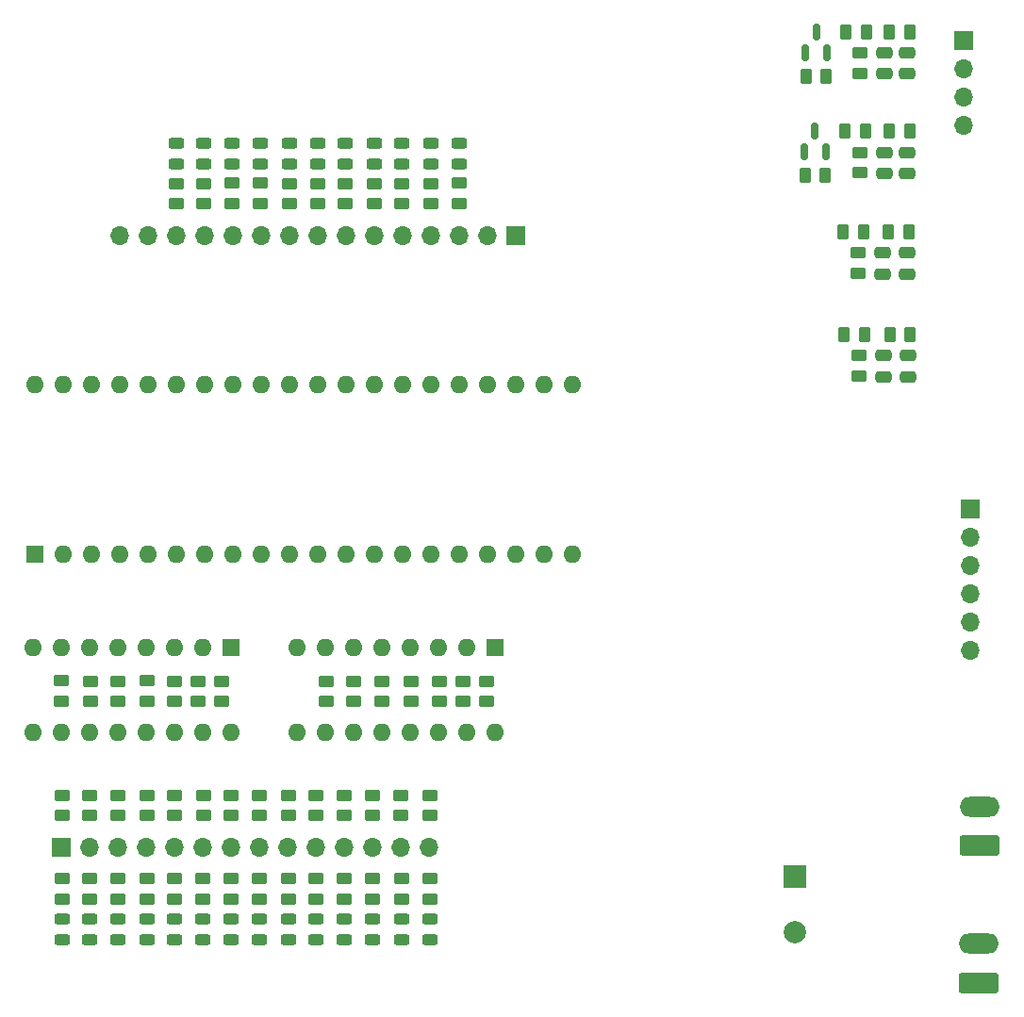
<source format=gts>
%TF.GenerationSoftware,KiCad,Pcbnew,8.0.6*%
%TF.CreationDate,2024-12-02T12:55:51+01:00*%
%TF.ProjectId,PCB_Tester,5043425f-5465-4737-9465-722e6b696361,rev?*%
%TF.SameCoordinates,Original*%
%TF.FileFunction,Soldermask,Top*%
%TF.FilePolarity,Negative*%
%FSLAX46Y46*%
G04 Gerber Fmt 4.6, Leading zero omitted, Abs format (unit mm)*
G04 Created by KiCad (PCBNEW 8.0.6) date 2024-12-02 12:55:51*
%MOMM*%
%LPD*%
G01*
G04 APERTURE LIST*
G04 Aperture macros list*
%AMRoundRect*
0 Rectangle with rounded corners*
0 $1 Rounding radius*
0 $2 $3 $4 $5 $6 $7 $8 $9 X,Y pos of 4 corners*
0 Add a 4 corners polygon primitive as box body*
4,1,4,$2,$3,$4,$5,$6,$7,$8,$9,$2,$3,0*
0 Add four circle primitives for the rounded corners*
1,1,$1+$1,$2,$3*
1,1,$1+$1,$4,$5*
1,1,$1+$1,$6,$7*
1,1,$1+$1,$8,$9*
0 Add four rect primitives between the rounded corners*
20,1,$1+$1,$2,$3,$4,$5,0*
20,1,$1+$1,$4,$5,$6,$7,0*
20,1,$1+$1,$6,$7,$8,$9,0*
20,1,$1+$1,$8,$9,$2,$3,0*%
G04 Aperture macros list end*
%ADD10R,1.700000X1.700000*%
%ADD11O,1.700000X1.700000*%
%ADD12R,2.000000X2.000000*%
%ADD13C,2.000000*%
%ADD14RoundRect,0.250000X1.550000X-0.650000X1.550000X0.650000X-1.550000X0.650000X-1.550000X-0.650000X0*%
%ADD15O,3.600000X1.800000*%
%ADD16RoundRect,0.250000X-0.450000X0.262500X-0.450000X-0.262500X0.450000X-0.262500X0.450000X0.262500X0*%
%ADD17RoundRect,0.250000X0.450000X-0.262500X0.450000X0.262500X-0.450000X0.262500X-0.450000X-0.262500X0*%
%ADD18RoundRect,0.243750X-0.456250X0.243750X-0.456250X-0.243750X0.456250X-0.243750X0.456250X0.243750X0*%
%ADD19RoundRect,0.250000X0.262500X0.450000X-0.262500X0.450000X-0.262500X-0.450000X0.262500X-0.450000X0*%
%ADD20RoundRect,0.243750X0.456250X-0.243750X0.456250X0.243750X-0.456250X0.243750X-0.456250X-0.243750X0*%
%ADD21RoundRect,0.250000X-0.475000X0.250000X-0.475000X-0.250000X0.475000X-0.250000X0.475000X0.250000X0*%
%ADD22O,1.600000X1.600000*%
%ADD23R,1.600000X1.600000*%
%ADD24RoundRect,0.150000X0.150000X-0.587500X0.150000X0.587500X-0.150000X0.587500X-0.150000X-0.587500X0*%
G04 APERTURE END LIST*
D10*
%TO.C,J6*%
X180500000Y-87400000D03*
D11*
X180500000Y-89940000D03*
X180500000Y-92480000D03*
X180500000Y-95020000D03*
X180500000Y-97560000D03*
X180500000Y-100100000D03*
%TD*%
D12*
%TO.C,C9*%
X164800000Y-120432323D03*
D13*
X164800000Y-125432323D03*
%TD*%
D14*
%TO.C,J5*%
X181300000Y-130000000D03*
D15*
X181300000Y-126500000D03*
%TD*%
D14*
%TO.C,J4*%
X181400000Y-117700000D03*
D15*
X181400000Y-114200000D03*
%TD*%
D16*
%TO.C,R27*%
X129480000Y-120660000D03*
X129480000Y-122485000D03*
%TD*%
D17*
%TO.C,R49*%
X119400000Y-60025000D03*
X119400000Y-58200000D03*
%TD*%
D18*
%TO.C,D8*%
X116680000Y-124235000D03*
X116680000Y-126110000D03*
%TD*%
%TO.C,D11*%
X124280000Y-124235000D03*
X124280000Y-126110000D03*
%TD*%
D19*
%TO.C,R29*%
X171112500Y-53500000D03*
X169287500Y-53500000D03*
%TD*%
D17*
%TO.C,R45*%
X129500000Y-60025000D03*
X129500000Y-58200000D03*
%TD*%
D16*
%TO.C,R20*%
X111580000Y-120647500D03*
X111580000Y-122472500D03*
%TD*%
%TO.C,R5*%
X109080000Y-113147500D03*
X109080000Y-114972500D03*
%TD*%
%TO.C,R1*%
X98980000Y-113172500D03*
X98980000Y-114997500D03*
%TD*%
D20*
%TO.C,D17*%
X129500000Y-56475000D03*
X129500000Y-54600000D03*
%TD*%
D10*
%TO.C,J2*%
X139700000Y-62900000D03*
D11*
X137160000Y-62900000D03*
X134620000Y-62900000D03*
X132080000Y-62900000D03*
X129540000Y-62900000D03*
X127000000Y-62900000D03*
X124460000Y-62900000D03*
X121920000Y-62900000D03*
X119380000Y-62900000D03*
X116840000Y-62900000D03*
X114300000Y-62900000D03*
X111760000Y-62900000D03*
X109220000Y-62900000D03*
X106680000Y-62900000D03*
X104140000Y-62900000D03*
%TD*%
D16*
%TO.C,R57*%
X106600000Y-102875000D03*
X106600000Y-104700000D03*
%TD*%
D21*
%TO.C,C6*%
X174900000Y-55400000D03*
X174900000Y-57300000D03*
%TD*%
D19*
%TO.C,R43*%
X167500000Y-57500000D03*
X165675000Y-57500000D03*
%TD*%
D18*
%TO.C,D2*%
X101480000Y-124235000D03*
X101480000Y-126110000D03*
%TD*%
D21*
%TO.C,C5*%
X172800000Y-55400000D03*
X172800000Y-57300000D03*
%TD*%
D16*
%TO.C,R25*%
X124280000Y-120660000D03*
X124280000Y-122485000D03*
%TD*%
D18*
%TO.C,D13*%
X129480000Y-124235000D03*
X129480000Y-126110000D03*
%TD*%
D16*
%TO.C,R55*%
X101500000Y-102900000D03*
X101500000Y-104725000D03*
%TD*%
D17*
%TO.C,R46*%
X127000000Y-60025000D03*
X127000000Y-58200000D03*
%TD*%
D16*
%TO.C,R8*%
X116680000Y-113172500D03*
X116680000Y-114997500D03*
%TD*%
D20*
%TO.C,D19*%
X124400000Y-56475000D03*
X124400000Y-54600000D03*
%TD*%
D16*
%TO.C,R54*%
X98900000Y-102875000D03*
X98900000Y-104700000D03*
%TD*%
D21*
%TO.C,C1*%
X172625000Y-64425000D03*
X172625000Y-66325000D03*
%TD*%
D18*
%TO.C,D7*%
X114180000Y-124235000D03*
X114180000Y-126110000D03*
%TD*%
D21*
%TO.C,C4*%
X174925000Y-73675000D03*
X174925000Y-75575000D03*
%TD*%
D17*
%TO.C,R47*%
X124400000Y-60025000D03*
X124400000Y-58200000D03*
%TD*%
D16*
%TO.C,R26*%
X126880000Y-120660000D03*
X126880000Y-122485000D03*
%TD*%
D18*
%TO.C,D5*%
X109080000Y-124235000D03*
X109080000Y-126110000D03*
%TD*%
D16*
%TO.C,R17*%
X103980000Y-120660000D03*
X103980000Y-122485000D03*
%TD*%
D19*
%TO.C,R42*%
X175137500Y-71775000D03*
X173312500Y-71775000D03*
%TD*%
D16*
%TO.C,R63*%
X127700000Y-102900000D03*
X127700000Y-104725000D03*
%TD*%
%TO.C,R36*%
X170600000Y-46475000D03*
X170600000Y-48300000D03*
%TD*%
D10*
%TO.C,J1*%
X98940000Y-117872500D03*
D11*
X101480000Y-117872500D03*
X104020000Y-117872500D03*
X106560000Y-117872500D03*
X109100000Y-117872500D03*
X111640000Y-117872500D03*
X114180000Y-117872500D03*
X116720000Y-117872500D03*
X119260000Y-117872500D03*
X121800000Y-117872500D03*
X124340000Y-117872500D03*
X126880000Y-117872500D03*
X129420000Y-117872500D03*
X131960000Y-117872500D03*
%TD*%
D16*
%TO.C,R12*%
X126880000Y-113147500D03*
X126880000Y-114972500D03*
%TD*%
%TO.C,R10*%
X121780000Y-113160000D03*
X121780000Y-114985000D03*
%TD*%
%TO.C,R67*%
X137100000Y-102900000D03*
X137100000Y-104725000D03*
%TD*%
D19*
%TO.C,R37*%
X175100000Y-44575000D03*
X173275000Y-44575000D03*
%TD*%
D16*
%TO.C,R28*%
X131980000Y-120647500D03*
X131980000Y-122472500D03*
%TD*%
%TO.C,R19*%
X109080000Y-120647500D03*
X109080000Y-122472500D03*
%TD*%
%TO.C,R58*%
X109100000Y-102900000D03*
X109100000Y-104725000D03*
%TD*%
D20*
%TO.C,D20*%
X121900000Y-56437500D03*
X121900000Y-54562500D03*
%TD*%
D22*
%TO.C,U3*%
X96540000Y-76260000D03*
X99080000Y-76260000D03*
X101620000Y-76260000D03*
X104160000Y-76260000D03*
X106700000Y-76260000D03*
X109240000Y-76260000D03*
X111780000Y-76260000D03*
X114320000Y-76260000D03*
X116860000Y-76260000D03*
X119400000Y-76260000D03*
X121940000Y-76260000D03*
X124480000Y-76260000D03*
X127020000Y-76260000D03*
X129560000Y-76260000D03*
X132100000Y-76260000D03*
X134640000Y-76260000D03*
X137180000Y-76260000D03*
X139720000Y-76260000D03*
X142260000Y-76260000D03*
X144800000Y-76260000D03*
X144800000Y-91500000D03*
X142260000Y-91500000D03*
X139720000Y-91500000D03*
X137180000Y-91500000D03*
X134640000Y-91500000D03*
X132100000Y-91500000D03*
X129560000Y-91500000D03*
X127020000Y-91500000D03*
X124480000Y-91500000D03*
X121940000Y-91500000D03*
X119400000Y-91500000D03*
X116860000Y-91500000D03*
X114320000Y-91500000D03*
X111780000Y-91500000D03*
X109240000Y-91500000D03*
X106700000Y-91500000D03*
X104160000Y-91500000D03*
X101620000Y-91500000D03*
X99080000Y-91500000D03*
D23*
X96540000Y-91500000D03*
%TD*%
D18*
%TO.C,D9*%
X119280000Y-124235000D03*
X119280000Y-126110000D03*
%TD*%
%TO.C,D6*%
X111580000Y-124235000D03*
X111580000Y-126110000D03*
%TD*%
D16*
%TO.C,R15*%
X98980000Y-120660000D03*
X98980000Y-122485000D03*
%TD*%
D17*
%TO.C,R39*%
X132100000Y-60025000D03*
X132100000Y-58200000D03*
%TD*%
D18*
%TO.C,D10*%
X121780000Y-124235000D03*
X121780000Y-126110000D03*
%TD*%
D23*
%TO.C,U2*%
X137900000Y-99880000D03*
D22*
X135360000Y-99880000D03*
X132820000Y-99880000D03*
X130280000Y-99880000D03*
X127740000Y-99880000D03*
X125200000Y-99880000D03*
X122660000Y-99880000D03*
X120120000Y-99880000D03*
X120120000Y-107500000D03*
X122660000Y-107500000D03*
X125200000Y-107500000D03*
X127740000Y-107500000D03*
X130280000Y-107500000D03*
X132820000Y-107500000D03*
X135360000Y-107500000D03*
X137900000Y-107500000D03*
%TD*%
D16*
%TO.C,R61*%
X122700000Y-102900000D03*
X122700000Y-104725000D03*
%TD*%
%TO.C,R9*%
X119280000Y-113160000D03*
X119280000Y-114985000D03*
%TD*%
%TO.C,R7*%
X114180000Y-113147500D03*
X114180000Y-114972500D03*
%TD*%
D18*
%TO.C,D3*%
X103980000Y-124235000D03*
X103980000Y-126110000D03*
%TD*%
D16*
%TO.C,R56*%
X104000000Y-102900000D03*
X104000000Y-104725000D03*
%TD*%
%TO.C,R59*%
X111200000Y-102900000D03*
X111200000Y-104725000D03*
%TD*%
D21*
%TO.C,C8*%
X174900000Y-46425000D03*
X174900000Y-48325000D03*
%TD*%
D20*
%TO.C,D21*%
X119400000Y-56475000D03*
X119400000Y-54600000D03*
%TD*%
D17*
%TO.C,R50*%
X116800000Y-60012500D03*
X116800000Y-58187500D03*
%TD*%
D16*
%TO.C,R60*%
X113300000Y-102900000D03*
X113300000Y-104725000D03*
%TD*%
%TO.C,R64*%
X130300000Y-102900000D03*
X130300000Y-104725000D03*
%TD*%
D17*
%TO.C,R51*%
X114200000Y-60012500D03*
X114200000Y-58187500D03*
%TD*%
%TO.C,R48*%
X121900000Y-60025000D03*
X121900000Y-58200000D03*
%TD*%
D19*
%TO.C,R35*%
X171200000Y-44575000D03*
X169375000Y-44575000D03*
%TD*%
%TO.C,R44*%
X167612500Y-48600000D03*
X165787500Y-48600000D03*
%TD*%
D18*
%TO.C,D4*%
X106580000Y-124235000D03*
X106580000Y-126110000D03*
%TD*%
D16*
%TO.C,R23*%
X119280000Y-120672500D03*
X119280000Y-122497500D03*
%TD*%
%TO.C,R62*%
X125200000Y-102900000D03*
X125200000Y-104725000D03*
%TD*%
D10*
%TO.C,J3*%
X179900000Y-45400000D03*
D11*
X179900000Y-47940000D03*
X179900000Y-50480000D03*
X179900000Y-53020000D03*
%TD*%
D17*
%TO.C,R53*%
X109200000Y-60025000D03*
X109200000Y-58200000D03*
%TD*%
D19*
%TO.C,R40*%
X171050000Y-71775000D03*
X169225000Y-71775000D03*
%TD*%
D20*
%TO.C,D16*%
X132100000Y-56475000D03*
X132100000Y-54600000D03*
%TD*%
%TO.C,D23*%
X114200000Y-56437500D03*
X114200000Y-54562500D03*
%TD*%
D23*
%TO.C,U1*%
X114180000Y-99860000D03*
D22*
X111640000Y-99860000D03*
X109100000Y-99860000D03*
X106560000Y-99860000D03*
X104020000Y-99860000D03*
X101480000Y-99860000D03*
X98940000Y-99860000D03*
X96400000Y-99860000D03*
X96400000Y-107480000D03*
X98940000Y-107480000D03*
X101480000Y-107480000D03*
X104020000Y-107480000D03*
X106560000Y-107480000D03*
X109100000Y-107480000D03*
X111640000Y-107480000D03*
X114180000Y-107480000D03*
%TD*%
D18*
%TO.C,D14*%
X131980000Y-124235000D03*
X131980000Y-126110000D03*
%TD*%
D16*
%TO.C,R66*%
X135000000Y-102900000D03*
X135000000Y-104725000D03*
%TD*%
%TO.C,R16*%
X101480000Y-120660000D03*
X101480000Y-122485000D03*
%TD*%
%TO.C,R30*%
X170600000Y-55400000D03*
X170600000Y-57225000D03*
%TD*%
D21*
%TO.C,C3*%
X172725000Y-73675000D03*
X172725000Y-75575000D03*
%TD*%
D18*
%TO.C,D12*%
X126880000Y-124235000D03*
X126880000Y-126110000D03*
%TD*%
D24*
%TO.C,Q1*%
X165650000Y-55375000D03*
X167550000Y-55375000D03*
X166600000Y-53500000D03*
%TD*%
D20*
%TO.C,D25*%
X109200000Y-56437500D03*
X109200000Y-54562500D03*
%TD*%
%TO.C,D24*%
X111700000Y-56475000D03*
X111700000Y-54600000D03*
%TD*%
D16*
%TO.C,R2*%
X101480000Y-113160000D03*
X101480000Y-114985000D03*
%TD*%
D20*
%TO.C,D18*%
X127000000Y-56475000D03*
X127000000Y-54600000D03*
%TD*%
D19*
%TO.C,R34*%
X175112500Y-53500000D03*
X173287500Y-53500000D03*
%TD*%
D21*
%TO.C,C2*%
X174825000Y-64425000D03*
X174825000Y-66325000D03*
%TD*%
%TO.C,C7*%
X172800000Y-46425000D03*
X172800000Y-48325000D03*
%TD*%
D16*
%TO.C,R13*%
X129380000Y-113160000D03*
X129380000Y-114985000D03*
%TD*%
%TO.C,R3*%
X103980000Y-113172500D03*
X103980000Y-114997500D03*
%TD*%
%TO.C,R21*%
X114180000Y-120647500D03*
X114180000Y-122472500D03*
%TD*%
%TO.C,R6*%
X111680000Y-113147500D03*
X111680000Y-114972500D03*
%TD*%
D19*
%TO.C,R33*%
X175025000Y-62575000D03*
X173200000Y-62575000D03*
%TD*%
D16*
%TO.C,R18*%
X106580000Y-120647500D03*
X106580000Y-122472500D03*
%TD*%
%TO.C,R32*%
X170425000Y-64450000D03*
X170425000Y-66275000D03*
%TD*%
D17*
%TO.C,R52*%
X111700000Y-60025000D03*
X111700000Y-58200000D03*
%TD*%
D20*
%TO.C,D22*%
X116800000Y-56437500D03*
X116800000Y-54562500D03*
%TD*%
%TO.C,D15*%
X134600000Y-56437500D03*
X134600000Y-54562500D03*
%TD*%
D16*
%TO.C,R14*%
X131980000Y-113147500D03*
X131980000Y-114972500D03*
%TD*%
%TO.C,R4*%
X106580000Y-113147500D03*
X106580000Y-114972500D03*
%TD*%
D18*
%TO.C,D1*%
X98980000Y-124235000D03*
X98980000Y-126110000D03*
%TD*%
D17*
%TO.C,R38*%
X134600000Y-60012500D03*
X134600000Y-58187500D03*
%TD*%
D16*
%TO.C,R41*%
X170525000Y-73675000D03*
X170525000Y-75500000D03*
%TD*%
%TO.C,R22*%
X116680000Y-120647500D03*
X116680000Y-122472500D03*
%TD*%
D24*
%TO.C,Q2*%
X165750000Y-46475000D03*
X167650000Y-46475000D03*
X166700000Y-44600000D03*
%TD*%
D16*
%TO.C,R24*%
X121780000Y-120660000D03*
X121780000Y-122485000D03*
%TD*%
%TO.C,R11*%
X124280000Y-113160000D03*
X124280000Y-114985000D03*
%TD*%
D19*
%TO.C,R31*%
X170950000Y-62575000D03*
X169125000Y-62575000D03*
%TD*%
D16*
%TO.C,R65*%
X132900000Y-102900000D03*
X132900000Y-104725000D03*
%TD*%
M02*

</source>
